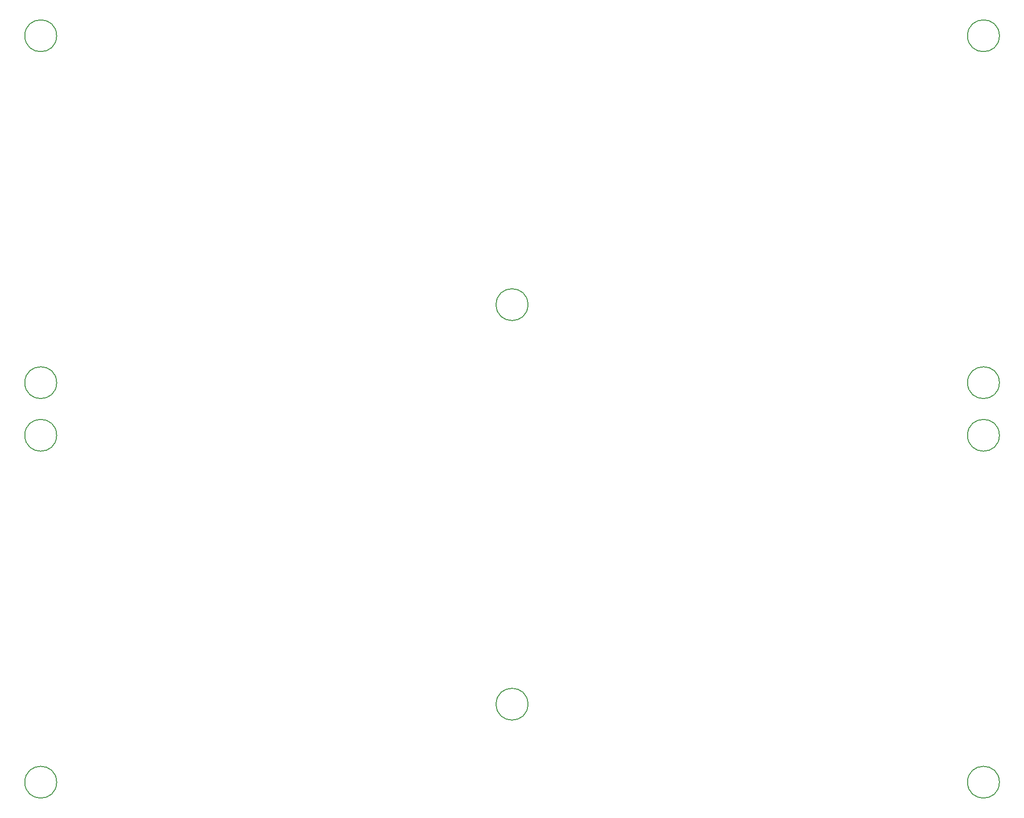
<source format=gbr>
G04 #@! TF.FileFunction,Other,Comment*
%FSLAX46Y46*%
G04 Gerber Fmt 4.6, Leading zero omitted, Abs format (unit mm)*
G04 Created by KiCad (PCBNEW 4.0.1-stable) date Fri 05 Feb 2016 02:26:42 PM CET*
%MOMM*%
G01*
G04 APERTURE LIST*
%ADD10C,0.100000*%
%ADD11C,0.150000*%
G04 APERTURE END LIST*
D10*
D11*
X181950294Y-85303506D02*
G75*
G03X181950294Y-85303506I-2750000J0D01*
G01*
X18958494Y-85303506D02*
G75*
G03X18958494Y-85303506I-2750000J0D01*
G01*
X181950294Y-145303386D02*
G75*
G03X181950294Y-145303386I-2750000J0D01*
G01*
X100441694Y-131810906D02*
G75*
G03X100441694Y-131810906I-2750000J0D01*
G01*
X18961034Y-145303386D02*
G75*
G03X18961034Y-145303386I-2750000J0D01*
G01*
X18961034Y-76204782D02*
G75*
G03X18961034Y-76204782I-2750000J0D01*
G01*
X100441694Y-62712302D02*
G75*
G03X100441694Y-62712302I-2750000J0D01*
G01*
X181950294Y-76204782D02*
G75*
G03X181950294Y-76204782I-2750000J0D01*
G01*
X18958494Y-16204902D02*
G75*
G03X18958494Y-16204902I-2750000J0D01*
G01*
X181950294Y-16204902D02*
G75*
G03X181950294Y-16204902I-2750000J0D01*
G01*
M02*

</source>
